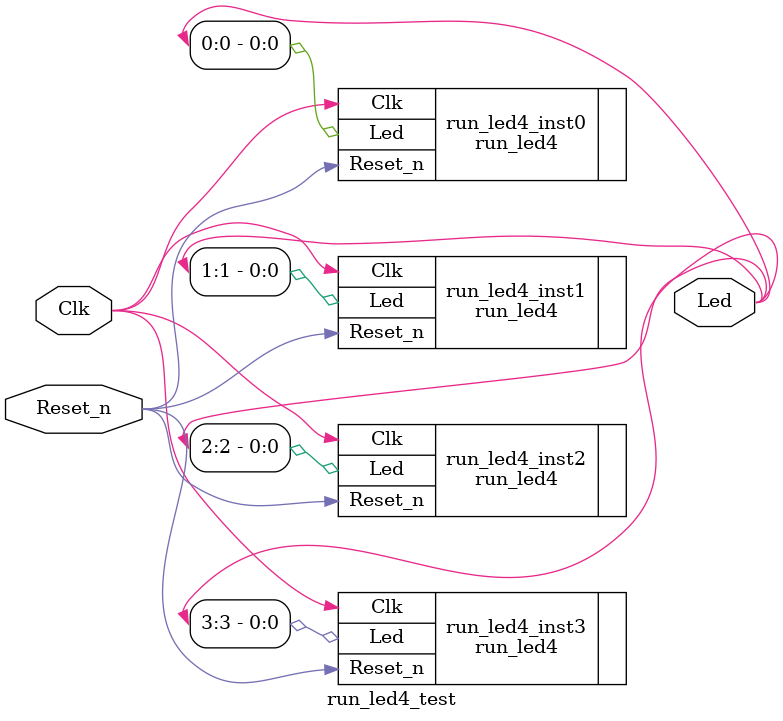
<source format=v>
module run_led4_test(
    input Clk,
    input Reset_n, // 复位端口，低电平复位，_n表示低电平有效
    output [3:0]Led // 四位LED灯 
);

    // 例化run_led4模块,注意四次例化每次的标签值不同
    run_led4 run_led4_inst0(
        .Clk(Clk),
        .Reset_n(Reset_n), 
        .Led(Led[0]) 
    );

    // 实现不同模块不同的LED闪烁频率
    defparam run_led4_inst0.MCNT =2499999;
    
    run_led4 run_led4_inst1(
        .Clk(Clk),
        .Reset_n(Reset_n), 
        .Led(Led[1]) 
    );    

    defparam run_led4_inst1.MCNT =4999999;

    run_led4 run_led4_inst2(
        .Clk(Clk),
        .Reset_n(Reset_n), 
        .Led(Led[2]) 
    );

    defparam run_led4_inst2.MCNT =7499999;

    run_led4 run_led4_inst3(
        .Clk(Clk),
        .Reset_n(Reset_n), 
        .Led(Led[3]) 
    );

    defparam run_led4_inst3.MCNT =9999999;
endmodule

</source>
